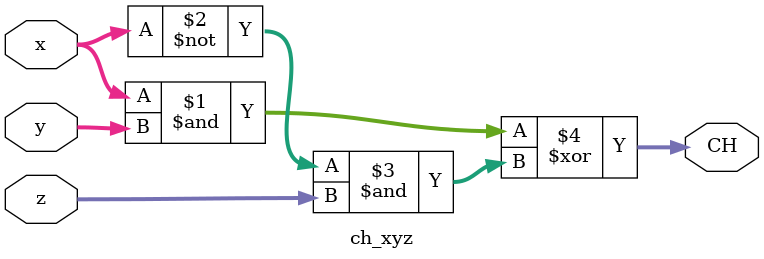
<source format=v>
`default_nettype none


//===========================================================================================

module ch_xyz	( 
				x,
				y,
				z,
				CH
			);

//===========================================================================================

input	[31:0]			x;
input	[31:0]			y;
input	[31:0]			z;
output	[31:0]			CH;

//===========================================================================================

assign	CH = ( (x & y) ^ ( (~x) & z) );

//--------------------------------------------------------------------------------------------------------

endmodule

</source>
